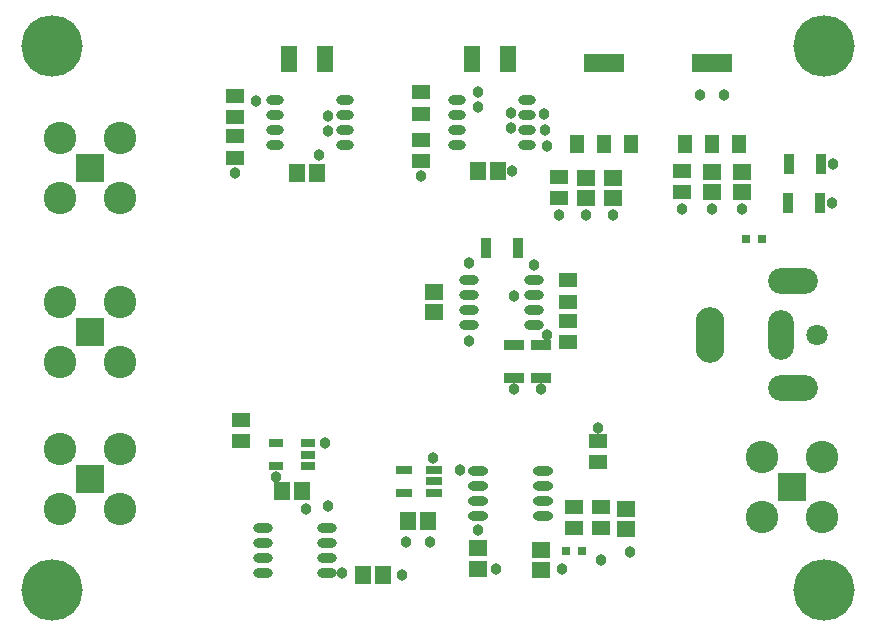
<source format=gts>
G04*
G04 #@! TF.GenerationSoftware,Altium Limited,Altium Designer,21.9.2 (33)*
G04*
G04 Layer_Color=8388736*
%FSLAX25Y25*%
%MOIN*%
G70*
G04*
G04 #@! TF.SameCoordinates,5B497BFC-61BE-4FA5-8299-24AFF7FDC4DC*
G04*
G04*
G04 #@! TF.FilePolarity,Negative*
G04*
G01*
G75*
%ADD15R,0.02559X0.02756*%
%ADD16R,0.03642X0.06693*%
%ADD17R,0.06693X0.03642*%
%ADD29R,0.06312X0.05524*%
%ADD30R,0.05524X0.06312*%
%ADD31R,0.06115X0.04737*%
%ADD32R,0.04737X0.06312*%
%ADD33R,0.13595X0.06312*%
%ADD34O,0.06509X0.03162*%
%ADD35R,0.04737X0.03162*%
%ADD36R,0.05721X0.03162*%
%ADD37O,0.06706X0.03162*%
%ADD38R,0.05721X0.08674*%
%ADD39O,0.05918X0.03162*%
%ADD40R,0.09658X0.09658*%
%ADD41C,0.10839*%
%ADD42C,0.20485*%
%ADD43O,0.09658X0.18517*%
%ADD44O,0.08674X0.16548*%
%ADD45O,0.16548X0.08674*%
%ADD46C,0.07099*%
%ADD47C,0.03800*%
D15*
X248657Y129000D02*
D03*
X243342D02*
D03*
X183343Y25000D02*
D03*
X188657D02*
D03*
D16*
X268000Y141000D02*
D03*
X257272D02*
D03*
X156636Y126000D02*
D03*
X167364D02*
D03*
X268364Y154000D02*
D03*
X257636D02*
D03*
D17*
X166000Y82636D02*
D03*
Y93364D02*
D03*
X175000Y82636D02*
D03*
Y93364D02*
D03*
D29*
X242000Y151347D02*
D03*
Y144653D02*
D03*
X203197Y38890D02*
D03*
Y32197D02*
D03*
X154000Y25693D02*
D03*
Y19000D02*
D03*
X175000Y25346D02*
D03*
Y18654D02*
D03*
X139134Y111173D02*
D03*
Y104480D02*
D03*
X199000Y149346D02*
D03*
Y142654D02*
D03*
X190000Y149346D02*
D03*
Y142654D02*
D03*
X232000Y151347D02*
D03*
Y144653D02*
D03*
D30*
X100347Y151000D02*
D03*
X93654D02*
D03*
X153961Y151500D02*
D03*
X160654D02*
D03*
X115654Y17000D02*
D03*
X122346D02*
D03*
X95346Y45000D02*
D03*
X88653D02*
D03*
X130654Y35000D02*
D03*
X137346D02*
D03*
D31*
X73000Y163087D02*
D03*
Y156000D02*
D03*
X135000Y162000D02*
D03*
Y154913D02*
D03*
X73000Y176543D02*
D03*
Y169457D02*
D03*
X135000Y177748D02*
D03*
Y170661D02*
D03*
X195000Y39543D02*
D03*
Y32457D02*
D03*
X75000Y68543D02*
D03*
Y61457D02*
D03*
X222000Y151543D02*
D03*
Y144457D02*
D03*
X181000Y142457D02*
D03*
Y149543D02*
D03*
X194000Y61543D02*
D03*
Y54457D02*
D03*
X186000Y39543D02*
D03*
Y32457D02*
D03*
X184000Y108000D02*
D03*
Y115087D02*
D03*
Y94457D02*
D03*
Y101543D02*
D03*
D32*
X186945Y160614D02*
D03*
X196000D02*
D03*
X205055D02*
D03*
X222945D02*
D03*
X232000D02*
D03*
X241055D02*
D03*
D33*
X196000Y187386D02*
D03*
X232000D02*
D03*
D34*
X82272Y32500D02*
D03*
Y27500D02*
D03*
Y22500D02*
D03*
Y17500D02*
D03*
X103728Y32500D02*
D03*
Y27500D02*
D03*
Y22500D02*
D03*
Y17500D02*
D03*
X151020Y115165D02*
D03*
Y110165D02*
D03*
Y105165D02*
D03*
Y100165D02*
D03*
X172476Y115165D02*
D03*
Y110165D02*
D03*
Y105165D02*
D03*
Y100165D02*
D03*
D35*
X86587Y53260D02*
D03*
Y60740D02*
D03*
X97413D02*
D03*
Y57000D02*
D03*
Y53260D02*
D03*
D36*
X139276Y44346D02*
D03*
Y48087D02*
D03*
Y51827D02*
D03*
X129433D02*
D03*
Y44346D02*
D03*
D37*
X175614Y36634D02*
D03*
Y41634D02*
D03*
Y46634D02*
D03*
Y51634D02*
D03*
X153961Y36634D02*
D03*
Y41634D02*
D03*
Y46634D02*
D03*
Y51634D02*
D03*
D38*
X163906Y189000D02*
D03*
X152094D02*
D03*
X91094D02*
D03*
X102905D02*
D03*
D39*
X170346Y160350D02*
D03*
Y165350D02*
D03*
Y170350D02*
D03*
Y175350D02*
D03*
X147118Y160350D02*
D03*
Y165350D02*
D03*
Y170350D02*
D03*
Y175350D02*
D03*
X109465Y160350D02*
D03*
Y165350D02*
D03*
Y170350D02*
D03*
Y175350D02*
D03*
X86236Y160350D02*
D03*
Y165350D02*
D03*
Y170350D02*
D03*
Y175350D02*
D03*
D40*
X24679Y48996D02*
D03*
X258577Y46102D02*
D03*
X24679Y152525D02*
D03*
Y97888D02*
D03*
D41*
X14679Y58996D02*
D03*
Y38996D02*
D03*
X34679D02*
D03*
Y58996D02*
D03*
X268577Y36102D02*
D03*
Y56102D02*
D03*
X248577D02*
D03*
Y36102D02*
D03*
X14679Y162525D02*
D03*
Y142525D02*
D03*
X34679D02*
D03*
Y162525D02*
D03*
Y107888D02*
D03*
Y87888D02*
D03*
X14679D02*
D03*
Y107888D02*
D03*
D42*
X11811Y193189D02*
D03*
Y11811D02*
D03*
X269189Y193189D02*
D03*
Y11811D02*
D03*
D43*
X231378Y97000D02*
D03*
D44*
X255000D02*
D03*
D45*
X258937Y79283D02*
D03*
Y114716D02*
D03*
D46*
X266811Y97000D02*
D03*
D47*
X175000Y79000D02*
D03*
X166000D02*
D03*
X194000Y66000D02*
D03*
X204606Y24394D02*
D03*
X177000Y97000D02*
D03*
X195000Y22000D02*
D03*
X272075Y141000D02*
D03*
X272439Y154000D02*
D03*
X199000Y137000D02*
D03*
X222000Y139000D02*
D03*
X232000D02*
D03*
X139000Y56000D02*
D03*
X135000Y150000D02*
D03*
X190000Y137000D02*
D03*
X181000D02*
D03*
X242000Y139000D02*
D03*
X182000Y19000D02*
D03*
X148000Y52000D02*
D03*
X236000Y177000D02*
D03*
X228000D02*
D03*
X154000Y32000D02*
D03*
X103000Y61000D02*
D03*
X80000Y175000D02*
D03*
X86495Y49439D02*
D03*
X138000Y28000D02*
D03*
X151000Y95000D02*
D03*
X165307Y151500D02*
D03*
X177000Y160000D02*
D03*
X166000Y110000D02*
D03*
X154000Y173000D02*
D03*
X128654Y17000D02*
D03*
X154000Y178000D02*
D03*
X130000Y28000D02*
D03*
X108683Y17431D02*
D03*
X172496Y120331D02*
D03*
X151000Y121000D02*
D03*
X96778Y38955D02*
D03*
X160000Y19000D02*
D03*
X101000Y157000D02*
D03*
X73000Y151000D02*
D03*
X104000Y170000D02*
D03*
Y165000D02*
D03*
X165000Y166000D02*
D03*
Y171000D02*
D03*
X176109Y170589D02*
D03*
X104000Y40000D02*
D03*
X176130Y165288D02*
D03*
M02*

</source>
